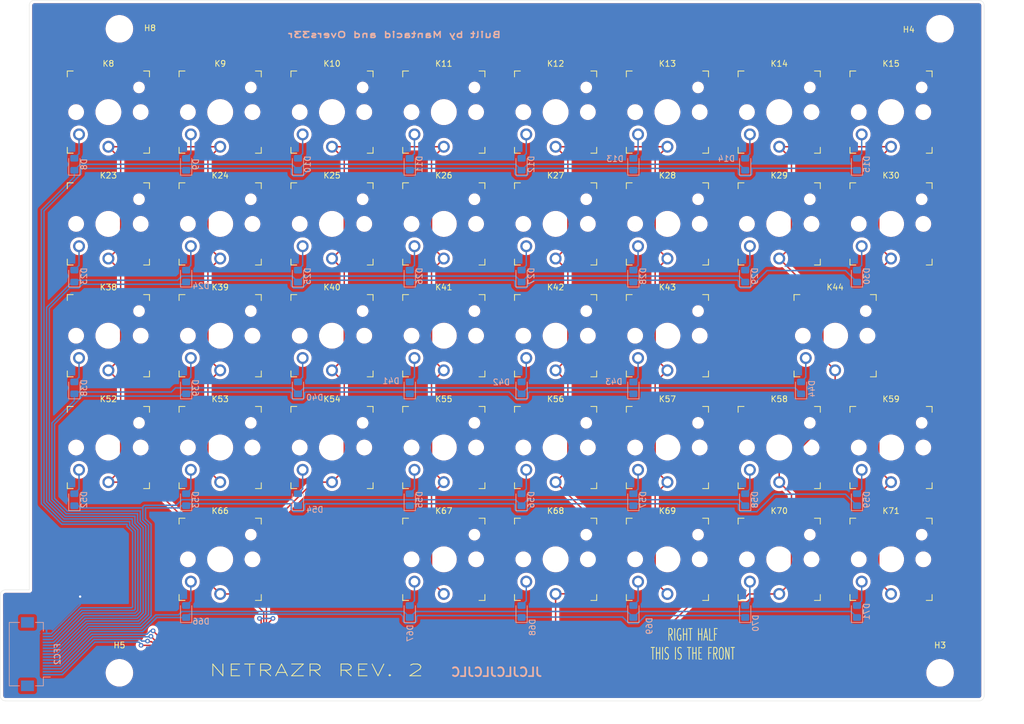
<source format=kicad_pcb>
(kicad_pcb (version 20211014) (generator pcbnew)
  (title_block (title "NetRazr Keyboard") (rev "2") (comment 1 "Split KB for use in NetRazr Cyberdeck."))
  (layers (0 "F.Cu" signal) (31 "B.Cu" signal) (34 "B.Paste" user) (35 "F.Paste" user) (36 "B.SilkS" user "B.Silkscreen") (37 "F.SilkS" user "F.Silkscreen") (38 "B.Mask" user) (39 "F.Mask" user) (44 "Edge.Cuts" user))
  (net 0 "")
  (net 1 "GND")
  (net 2 "/Row_7")
  (net 3 "/Row_8")
  (net 4 "/Row_0")
  (net 5 "/Row_1")
  (net 6 "/Row_2")
  (net 7 "/Row_3")
  (net 8 "/Row_4")
  (net 9 "/Row_5")
  (net 10 "/Row_6")
  (net 11 "/Col_4")
  (net 12 "/Col_5")
  (net 13 "/Col_6")
  (net 14 "/Col_7")
  (net 15 "/Row_9")
  (net 16 "Net-(D8-Pad2)")
  (net 17 "Net-(D9-Pad2)")
  (net 18 "Net-(D10-Pad2)")
  (net 19 "Net-(D11-Pad2)")
  (net 20 "Net-(D12-Pad2)")
  (net 21 "Net-(D13-Pad2)")
  (net 22 "Net-(D14-Pad2)")
  (net 23 "Net-(D15-Pad2)")
  (net 24 "Net-(D23-Pad2)")
  (net 25 "Net-(D24-Pad2)")
  (net 26 "Net-(D25-Pad2)")
  (net 27 "Net-(D26-Pad2)")
  (net 28 "Net-(D27-Pad2)")
  (net 29 "Net-(D28-Pad2)")
  (net 30 "Net-(D29-Pad2)")
  (net 31 "Net-(D30-Pad2)")
  (net 32 "Net-(D38-Pad2)")
  (net 33 "Net-(D39-Pad2)")
  (net 34 "Net-(D40-Pad2)")
  (net 35 "Net-(D41-Pad2)")
  (net 36 "Net-(D42-Pad2)")
  (net 37 "Net-(D43-Pad2)")
  (net 38 "Net-(D44-Pad2)")
  (net 39 "Net-(D52-Pad2)")
  (net 40 "Net-(D53-Pad2)")
  (net 41 "Net-(D54-Pad2)")
  (net 42 "Net-(D55-Pad2)")
  (net 43 "Net-(D56-Pad2)")
  (net 44 "Net-(D57-Pad2)")
  (net 45 "Net-(D58-Pad2)")
  (net 46 "Net-(D59-Pad2)")
  (net 47 "Net-(D66-Pad2)")
  (net 48 "Net-(D67-Pad2)")
  (net 49 "Net-(D68-Pad2)")
  (net 50 "Net-(D69-Pad2)")
  (net 51 "Net-(D70-Pad2)")
  (net 52 "Net-(D71-Pad2)")
  (footprint "Library:SW_PG1350_withKeyCap" (layer "F.Cu") (at 291.365 154.65)
    (fp_text reference "K67")
    (fp_text value "RALT")
  )
  (footprint "Library:SW_PG1350_withKeyCap" (layer "F.Cu") (at 234.215 135.6)
    (fp_text reference "K52")
    (fp_text value "N")
  )
  (footprint "Library:SW_PG1350_withKeyCap" (layer "F.Cu") (at 367.565 97.5)
    (fp_text reference "K30")
    (fp_text value "|,,,,,,,,,\\")
  )
  (footprint "Library:SW_PG1350_withKeyCap" (layer "F.Cu") (at 329.465 154.65)
    (fp_text reference "K69")
    (fp_text value "LEFT")
  )
  (footprint "Library:SW_PG1350_withKeyCap" (layer "F.Cu") (at 253.265 116.55)
    (fp_text reference "K39")
    (fp_text value "J")
  )
  (footprint "Library:SW_PG1350_withKeyCap" (layer "F.Cu") (at 310.415 78.45)
    (fp_text reference "K12")
    (fp_text value "),,f10,,,,,,,0")
  )
  (footprint "MountingHole:MountingHole_3.7mm" (layer "F.Cu") (at 375.92 64.262)
    (fp_text reference "H4")
    (fp_text value "MountingHole")
  )
  (footprint "Library:SW_PG1350_withKeyCap" (layer "F.Cu") (at 234.215 97.5)
    (fp_text reference "K23")
    (fp_text value "Y")
  )
  (footprint "Library:SW_PG1350_withKeyCap" (layer "F.Cu") (at 329.465 135.6)
    (fp_text reference "K57")
    (fp_text value "RSHIFT")
  )
  (footprint "Library:SW_PG1350_withKeyCap" (layer "F.Cu") (at 348.515 135.6)
    (fp_text reference "K58")
    (fp_text value "UP")
  )
  (footprint "Library:SW_PG1350_withKeyCap" (layer "F.Cu") (at 272.315 135.6)
    (fp_text reference "K54")
    (fp_text value "<,,,,,,,,,,")
  )
  (footprint "Library:SW_PG1350_withKeyCap" (layer "F.Cu") (at 310.415 97.5)
    (fp_text reference "K27")
    (fp_text value "P")
  )
  (footprint "Library:SW_PG1350_withKeyCap" (layer "F.Cu") (at 310.415 116.55)
    (fp_text reference "K42")
    (fp_text value ":,,,,,,,,,;")
  )
  (footprint "Library:SW_PG1350_withKeyCap" (layer "F.Cu") (at 291.365 97.5)
    (fp_text reference "K26")
    (fp_text value "O")
  )
  (footprint "Library:SW_PG1350_withKeyCap" (layer "F.Cu") (at 291.365 135.6)
    (fp_text reference "K55")
    (fp_text value ">,,,,,,,,,.")
  )
  (footprint "Library:SW_PG1350_withKeyCap" (layer "F.Cu") (at 253.265 97.5)
    (fp_text reference "K24")
    (fp_text value "U")
  )
  (footprint "Library:SW_PG1350_withKeyCap" (layer "F.Cu") (at 253.265 154.65)
    (fp_text reference "K66")
    (fp_text value "RSPACE")
  )
  (footprint "Library:SW_PG1350_withKeyCap" (layer "F.Cu") (at 348.515 78.45)
    (fp_text reference "K14")
    (fp_text value "+,,f12,,,,,,,=")
  )
  (footprint "MountingHole:MountingHole_3.7mm" (layer "F.Cu") (at 375.92 173.99)
    (fp_text reference "H3")
    (fp_text value "MountingHole")
  )
  (footprint "Library:SW_PG1350_withKeyCap" (layer "F.Cu") (at 329.465 97.5)
    (fp_text reference "K28")
    (fp_text value "{,,,,,,,,,[}")
  )
  (footprint "Library:SW_PG1350_withKeyCap" (layer "F.Cu") (at 329.465 116.55)
    (fp_text reference "K43")
    (fp_text value "\",,,,,,,,,'")
  )
  (footprint "Library:SW_PG1350_withKeyCap" (layer "F.Cu") (at 272.315 116.55)
    (fp_text reference "K40")
    (fp_text value "K")
  )
  (footprint "Library:SW_PG1350_withKeyCap" (layer "F.Cu") (at 234.215 116.55)
    (fp_text reference "K38")
    (fp_text value "H")
  )
  (footprint "Library:SW_PG1350_withKeyCap" (layer "F.Cu") (at 272.315 78.45)
    (fp_text reference "K10")
    (fp_text value "*,,f8,,,,,,,8")
  )
  (footprint "Library:SW_PG1350_withKeyCap" (layer "F.Cu") (at 272.315 97.5)
    (fp_text reference "K25")
    (fp_text value "I")
  )
  (footprint "Library:SW_PG1350_withKeyCap" (layer "F.Cu") (at 348.515 97.5)
    (fp_text reference "K29")
    (fp_text value "},,,,,,,,,]")
  )
  (footprint "Library:SW_PG1350_withKeyCap" (layer "F.Cu") (at 367.565 135.6)
    (fp_text reference "K59")
    (fp_text value "DEL")
  )
  (footprint "Library:SW_PG1350_withKeyCap" (layer "F.Cu") (at 291.365 116.55)
    (fp_text reference "K41")
    (fp_text value "L")
  )
  (footprint "Library:SW_PG1350_withKeyCap" (layer "F.Cu") (at 291.365 78.45)
    (fp_text reference "K11")
    (fp_text value "(,,f9,,,,,,,9")
  )
  (footprint "Library:SW_PG1350_withKeyCap" (layer "F.Cu") (at 367.565 154.65)
    (fp_text reference "K71")
    (fp_text value "RIGHT")
  )
  (footprint "Library:SW_PG1350_withKeyCap" (layer "F.Cu") (at 310.415 135.6)
    (fp_text reference "K56")
    (fp_text value "?,,,,,,,,,/")
  )
  (footprint "MountingHole:MountingHole_3.7mm" (layer "F.Cu") (at 236.093 64.262)
    (fp_text reference "H8")
    (fp_text value "MountingHole")
  )
  (footprint "Library:SW_PG1350_withKeyCap" (layer "F.Cu") (at 367.565 78.45)
    (fp_text reference "K15")
    (fp_text value "BKSP")
  )
  (footprint "Library:SW_PG1350_withKeyCap" (layer "F.Cu") (at 234.215 78.45)
    (fp_text reference "K8")
    (fp_text value "^,,f6,,,,,,,6")
  )
  (footprint "Library:SW_PG1350_withKeyCap" (layer "F.Cu") (at 253.265 135.6)
    (fp_text reference "K53")
    (fp_text value "M")
  )
  (footprint "Library:SW_PG1350_withKeyCap" (layer "F.Cu") (at 329.465 78.45)
    (fp_text reference "K13")
    (fp_text value "_,,f11,,,,,,,-")
  )
  (footprint "Library:SW_PG1350_withKeyCap" (layer "F.Cu") (at 358.04 116.55)
    (fp_text reference "K44")
    (fp_text value ",,ENTER")
  )
  (footprint "MountingHole:MountingHole_3.7mm" (layer "F.Cu") (at 236.093 173.99)
    (fp_text reference "H5")
    (fp_text value "MountingHole")
  )
  (footprint "Library:SW_PG1350_withKeyCap" (layer "F.Cu") (at 253.265 78.45)
    (fp_text reference "K9")
    (fp_text value "&,,f7,,,,,,,7")
  )
  (footprint "Library:SW_PG1350_withKeyCap" (layer "F.Cu") (at 310.415 154.65)
    (fp_text reference "K68")
    (fp_text value "RCTRL")
  )
  (footprint "Library:SW_PG1350_withKeyCap" (layer "F.Cu") (at 348.515 154.65)
    (fp_text reference "K70")
    (fp_text value "DOWN")
  )
  (footprint "Diode_SMD:D_0805_2012Metric_Pad1.15x1.40mm_HandSolder" (layer "B.Cu") (at 304.615 87.34 90)
    (fp_text reference "D12")
    (fp_text value "D")
  )
  (footprint "Diode_SMD:D_0805_2012Metric_Pad1.15x1.40mm_HandSolder" (layer "B.Cu") (at 266.515 87.34 90)
    (fp_text reference "D10")
    (fp_text value "D")
  )
  (footprint "Diode_SMD:D_0805_2012Metric_Pad1.15x1.40mm_HandSolder" (layer "B.Cu") (at 361.765 163.54 90)
    (fp_text reference "D71")
    (fp_text value "D")
  )
  (footprint "Diode_SMD:D_0805_2012Metric_Pad1.15x1.40mm_HandSolder" (layer "B.Cu") (at 247.465 163.54 90)
    (fp_text reference "D66")
    (fp_text value "D")
  )
  (footprint "Diode_SMD:D_0805_2012Metric_Pad1.15x1.40mm_HandSolder" (layer "B.Cu") (at 323.665 125.44 90)
    (fp_text reference "D43")
    (fp_text value "D")
  )
  (footprint "Diode_SMD:D_0805_2012Metric_Pad1.15x1.40mm_HandSolder" (layer "B.Cu") (at 228.415 87.34 90)
    (fp_text reference "D8")
    (fp_text value "D")
  )
  (footprint "Diode_SMD:D_0805_2012Metric_Pad1.15x1.40mm_HandSolder" (layer "B.Cu") (at 361.765 106.39 90)
    (fp_text reference "D30")
    (fp_text value "D")
  )
  (footprint "Diode_SMD:D_0805_2012Metric_Pad1.15x1.40mm_HandSolder" (layer "B.Cu") (at 285.565 125.44 90)
    (fp_text reference "D41")
    (fp_text value "D")
  )
  (footprint "Diode_SMD:D_0805_2012Metric_Pad1.15x1.40mm_HandSolder" (layer "B.Cu") (at 266.515 125.44 90)
    (fp_text reference "D40")
    (fp_text value "D")
  )
  (footprint "Diode_SMD:D_0805_2012Metric_Pad1.15x1.40mm_HandSolder" (layer "B.Cu") (at 361.765 87.34 90)
    (fp_text reference "D15")
    (fp_text value "D")
  )
  (footprint "Diode_SMD:D_0805_2012Metric_Pad1.15x1.40mm_HandSolder" (layer "B.Cu") (at 323.665 87.34 90)
    (fp_text reference "D13")
    (fp_text value "D")
  )
  (footprint "Diode_SMD:D_0805_2012Metric_Pad1.15x1.40mm_HandSolder" (layer "B.Cu") (at 228.415 106.39 90)
    (fp_text reference "D23")
    (fp_text value "D")
  )
  (footprint "Diode_SMD:D_0805_2012Metric_Pad1.15x1.40mm_HandSolder" (layer "B.Cu") (at 304.615 144.49 90)
    (fp_text reference "D56")
    (fp_text value "D")
  )
  (footprint "Diode_SMD:D_0805_2012Metric_Pad1.15x1.40mm_HandSolder" (layer "B.Cu") (at 266.515 144.49 90)
    (fp_text reference "D54")
    (fp_text value "D")
  )
  (footprint "Diode_SMD:D_0805_2012Metric_Pad1.15x1.40mm_HandSolder" (layer "B.Cu") (at 247.465 144.49 90)
    (fp_text reference "D53")
    (fp_text value "D")
  )
  (footprint "Diode_SMD:D_0805_2012Metric_Pad1.15x1.40mm_HandSolder" (layer "B.Cu") (at 228.415 144.49 90)
    (fp_text reference "D52")
    (fp_text value "D")
  )
  (footprint "Diode_SMD:D_0805_2012Metric_Pad1.15x1.40mm_HandSolder" (layer "B.Cu") (at 247.465 106.39 90)
    (fp_text reference "D24")
    (fp_text value "D")
  )
  (footprint "Diode_SMD:D_0805_2012Metric_Pad1.15x1.40mm_HandSolder" (layer "B.Cu") (at 323.665 163.54 90)
    (fp_text reference "D69")
    (fp_text value "D")
  )
  (footprint "Diode_SMD:D_0805_2012Metric_Pad1.15x1.40mm_HandSolder" (layer "B.Cu") (at 285.565 163.54 90)
    (fp_text reference "D67")
    (fp_text value "D")
  )
  (footprint "Diode_SMD:D_0805_2012Metric_Pad1.15x1.40mm_HandSolder" (layer "B.Cu") (at 342.715 144.49 90)
    (fp_text reference "D58")
    (fp_text value "D")
  )
  (footprint "Diode_SMD:D_0805_2012Metric_Pad1.15x1.40mm_HandSolder" (layer "B.Cu") (at 352.24 125.44 90)
    (fp_text reference "D44")
    (fp_text value "D")
  )
  (footprint "Diode_SMD:D_0805_2012Metric_Pad1.15x1.40mm_HandSolder" (layer "B.Cu") (at 323.665 144.49 90)
    (fp_text reference "D57")
    (fp_text value "D")
  )
  (footprint "Diode_SMD:D_0805_2012Metric_Pad1.15x1.40mm_HandSolder" (layer "B.Cu") (at 342.715 87.34 90)
    (fp_text reference "D14")
    (fp_text value "D")
  )
  (footprint "Diode_SMD:D_0805_2012Metric_Pad1.15x1.40mm_HandSolder" (layer "B.Cu") (at 304.615 125.44 90)
    (fp_text reference "D42")
    (fp_text value "D")
  )
  (footprint "Diode_SMD:D_0805_2012Metric_Pad1.15x1.40mm_HandSolder" (layer "B.Cu") (at 304.615 163.54 90)
    (fp_text reference "D68")
    (fp_text value "D")
  )
  (footprint "Diode_SMD:D_0805_2012Metric_Pad1.15x1.40mm_HandSolder" (layer "B.Cu") (at 266.515 106.39 90)
    (fp_text reference "D25")
    (fp_text value "D")
  )
  (footprint "Diode_SMD:D_0805_2012Metric_Pad1.15x1.40mm_HandSolder" (layer "B.Cu") (at 247.465 125.44 90)
    (fp_text reference "D39")
    (fp_text value "D")
  )
  (footprint "Diode_SMD:D_0805_2012Metric_Pad1.15x1.40mm_HandSolder" (layer "B.Cu") (at 285.565 144.49 90)
    (fp_text reference "D55")
    (fp_text value "D")
  )
  (footprint "Connector_FFC-FPC:Hirose_FH12-15S-0.5SH_1x15-1MP_P0.50mm_Horizontal" (layer "B.Cu") (at 221.83 170.8 90)
    (fp_text reference "FFC2")
    (fp_text value "Hirose_FH12-15S-0.5SH_1x15-1MP_P0.50mm_Horizontal")
  )
  (footprint "Diode_SMD:D_0805_2012Metric_Pad1.15x1.40mm_HandSolder" (layer "B.Cu") (at 342.715 106.39 90)
    (fp_text reference "D29")
    (fp_text value "D")
  )
  (footprint "Diode_SMD:D_0805_2012Metric_Pad1.15x1.40mm_HandSolder" (layer "B.Cu") (at 304.615 106.39 90)
    (fp_text reference "D27")
    (fp_text value "D")
  )
  (footprint "Diode_SMD:D_0805_2012Metric_Pad1.15x1.40mm_HandSolder" (layer "B.Cu") (at 323.665 106.39 90)
    (fp_text reference "D28")
    (fp_text value "D")
  )
  (footprint "Diode_SMD:D_0805_2012Metric_Pad1.15x1.40mm_HandSolder" (layer "B.Cu") (at 228.415 125.44 90)
    (fp_text reference "D38")
    (fp_text value "D")
  )
  (footprint "Diode_SMD:D_0805_2012Metric_Pad1.15x1.40mm_HandSolder" (layer "B.Cu") (at 285.565 87.34 90)
    (fp_text reference "D11")
    (fp_text value "D")
  )
  (footprint "Diode_SMD:D_0805_2012Metric_Pad1.15x1.40mm_HandSolder" (layer "B.Cu") (at 285.565 106.39 90)
    (fp_text reference "D26")
    (fp_text value "D")
  )
  (footprint "Diode_SMD:D_0805_2012Metric_Pad1.15x1.40mm_HandSolder" (layer "B.Cu") (at 247.465 87.34 90)
    (fp_text reference "D9")
    (fp_text value "D")
  )
  (footprint "Diode_SMD:D_0805_2012Metric_Pad1.15x1.40mm_HandSolder" (layer "B.Cu") (at 361.765 144.49 90)
    (fp_text reference "D59")
    (fp_text value "D")
  )
  (footprint "Diode_SMD:D_0805_2012Metric_Pad1.15x1.40mm_HandSolder" (layer "B.Cu") (at 342.715 163.54 90)
    (fp_text reference "D70")
    (fp_text value "D")
  )
  (gr_line (start 216.662 159.857) (end 220.726 159.857) (layer "Edge.Cuts") (width 0.05))
  (gr_arc (start 382.551 59.4) (mid 383.179618 59.660382) (end 383.44 60.289) (layer "Edge.Cuts") (width 0.05))
  (gr_arc (start 383.44 177.891) (mid 383.179618 178.519618) (end 382.551 178.78) (layer "Edge.Cuts") (width 0.05))
  (gr_arc (start 215.773 160.746) (mid 216.033382 160.117382) (end 216.662 159.857) (layer "Edge.Cuts") (width 0.05))
  (gr_line (start 383.44 177.891) (end 383.44 60.289) (layer "Edge.Cuts") (width 0.05))
  (gr_line (start 215.773 160.746) (end 215.8 177.891) (layer "Edge.Cuts") (width 0.05))
  (gr_line (start 220.726 159.857) (end 220.726 60.289) (layer "Edge.Cuts") (width 0.05))
  (gr_line (start 216.689 178.78) (end 382.551 178.78) (layer "Edge.Cuts") (width 0.05))
  (gr_line (start 382.551 59.4) (end 221.615 59.4) (layer "Edge.Cuts") (width 0.05))
  (gr_arc (start 220.726 60.289) (mid 220.986382 59.660382) (end 221.615 59.4) (layer "Edge.Cuts") (width 0.05))
  (gr_arc (start 216.689 178.78) (mid 216.060382 178.519618) (end 215.8 177.891) (layer "Edge.Cuts") (width 0.05))
  (gr_text "Built by Mantacid and Overs33r" (at 282.956 65.278) (layer "B.SilkS") (effects (font (size 1 1.5) (thickness 0.25)) (justify mirror)))
  (gr_text "JLCJLCJLCJLC" (at 300.355 173.863) (layer "B.SilkS") (effects (font (size 1.5 1.5) (thickness 0.3)) (justify mirror)))
  (gr_text "NETRAZR REV. 2" (at 269.648 173.573) (layer "F.SilkS") (effects (font (size 2 3))))
  (gr_text "RIGHT HALF\nTHIS IS THE FRONT" (at 333.783 169.128) (layer "F.SilkS") (effects (font (size 2 1))))
  (via (at 229.4 161) (size 0.8) (drill 0.4) (layers "F.Cu" "B.Cu") (net 1))
  (segment (start 224.467208 167.3) (end 229.180406 162.586802) (width 0.25) (layer "B.Cu") (net 1))
  (segment (start 223.68 167.3) (end 224.467208 167.3) (width 0.25) (layer "B.Cu") (net 1))
  (segment (start 229.180406 162.586802) (end 229.4 162.367208) (width 0.25) (layer "B.Cu") (net 1))
  (segment (start 229.4 162.367208) (end 229.4 161) (width 0.25) (layer "B.Cu") (net 1))
  (segment (start 285.565 126.465) (end 285.24 126.14) (width 0.25) (layer "B.Cu") (net 2))
  (segment (start 225.044 131.600949) (end 229.565 127.079949) (width 0.25) (layer "B.Cu") (net 2))
  (segment (start 305.92995 126.14) (end 305.765 126.30495) (width 0.25) (layer "B.Cu") (net 2))
  (segment (start 225.044 144.2491) (end 225.044 131.600949) (width 0.25) (layer "B.Cu") (net 2))
  (segment (start 246.44 126.84) (end 247.14 126.14) (width 0.25) (layer "B.Cu") (net 2))
  (segment (start 230.430584 165.155) (end 239.330762 165.155) (width 0.25) (layer "B.Cu") (net 2))
  (segment (start 267.254949 127.49) (end 265.775051 127.49) (width 0.25) (layer "B.Cu") (net 2))
  (segment (start 265.775051 127.49) (end 265.365 127.079949) (width 0.25) (layer "B.Cu") (net 2))
  (segment (start 227.2099 146.415) (end 225.044 144.2491) (width 0.25) (layer "B.Cu") (net 2))
  (segment (start 227 168.585584) (end 230.430584 165.155) (width 0.25) (layer "B.Cu") (net 2))
  (segment (start 305.354949 127.49) (end 303.875051 127.49) (width 0.25) (layer "B.Cu") (net 2))
  (segment (start 247.79 126.14) (end 247.465 126.465) (width 0.25) (layer "B.Cu") (net 2))
  (segment (start 285.24 126.14) (end 267.82995 126.14) (width 0.25) (layer "B.Cu") (net 2))
  (segment (start 225.3 170.3) (end 227 168.6) (width 0.25) (layer "B.Cu") (net 2))
  (segment (start 240.59 163.895762) (end 240.59 149.052416) (width 0.25) (layer "B.Cu") (net 2))
  (segment (start 303.875051 127.49) (end 302.525051 126.14) (width 0.25) (layer "B.Cu") (net 2))
  (segment (start 323.665 126.465) (end 323.34 126.14) (width 0.25) (layer "B.Cu") (net 2))
  (segment (start 227 168.6) (end 227 168.585584) (width 0.25) (layer "B.Cu") (net 2))
  (segment (start 239.638 146.415) (end 227.2099 146.415) (width 0.25) (layer "B.Cu") (net 2))
  (segment (start 323.34 126.14) (end 305.92995 126.14) (width 0.25) (layer "B.Cu") (net 2))
  (segment (start 265.365 126.30495) (end 265.20005 126.14) (width 0.25) (layer "B.Cu") (net 2))
  (segment (start 239.638 148.100416) (end 239.638 146.415) (width 0.25) (layer "B.Cu") (net 2))
  (segment (start 305.765 127.079949) (end 305.354949 127.49) (width 0.25) (layer "B.Cu") (net 2))
  (segment (start 229.565 127.079949) (end 229.565 126.84) (width 0.25) (layer "B.Cu") (net 2))
  (segment (start 267.665 126.30495) (end 267.665 127.079949) (width 0.25) (layer "B.Cu") (net 2))
  (segment (start 305.765 126.30495) (end 305.765 127.079949) (width 0.25) (layer "B.Cu") (net 2))
  (segment (start 302.525051 126.14) (end 285.89 126.14) (width 0.25) (layer "B.Cu") (net 2))
  (segment (start 239.330762 165.155) (end 240.59 163.895762) (width 0.25) (layer "B.Cu") (net 2))
  (segment (start 267.82995 126.14) (end 267.665 126.30495) (width 0.25) (layer "B.Cu") (net 2))
  (segment (start 229.565 126.84) (end 246.44 126.84) (width 0.25) (layer "B.Cu") (net 2))
  (segment (start 265.365 127.079949) (end 265.365 126.30495) (width 0.25) (layer "B.Cu") (net 2))
  (segment (start 223.68 170.3) (end 225.3 170.3) (width 0.25) (layer "B.Cu") (net 2))
  (segment (start 267.665 127.079949) (end 267.254949 127.49) (width 0.25) (layer "B.Cu") (net 2))
  (segment (start 240.59 149.052416) (end 239.638 148.100416) (width 0.25) (layer "B.Cu") (net 2))
  (segment (start 265.20005 126.14) (end 247.79 126.14) (width 0.25) (layer "B.Cu") (net 2))
  (segment (start 285.89 126.14) (end 285.565 126.465) (width 0.25) (layer "B.Cu") (net 2))
  (segment (start 323.34 145.19) (end 323.665 145.515) (width 0.25) (layer "B.Cu") (net 3))
  (segment (start 241.49 164.268554) (end 239.703554 166.055) (width 0.25) (layer "B.Cu") (net 3))
  (segment (start 303.465 146.129949) (end 303.875051 146.54) (width 0.25) (layer "B.Cu") (net 3))
  (segment (start 241.49 148.679624) (end 241.49 164.268554) (width 0.25) (layer "B.Cu") (net 3))
  (segment (start 323.99 145.19) (end 341.40005 145.19) (width 0.25) (layer "B.Cu") (net 3))
  (segment (start 225.572792 171.3) (end 223.68 171.3) (width 0.25) (layer "B.Cu") (net 3))
  (segment (start 267.254949 146.54) (end 267.665 146.129949) (width 0.25) (layer "B.Cu") (net 3))
  (segment (start 246.315 145.89) (end 240.538 145.89) (width 0.25) (layer "B.Cu") (net 3))
  (segment (start 227.9 168.958376) (end 227.9 168.972792) (width 0.25) (layer "B.Cu") (net 3))
  (segment (start 265.365 145.35495) (end 265.365 146.129949) (width 0.25) (layer "B.Cu") (net 3))
  (segment (start 344.696573 146.54) (end 347.686572 143.550001) (width 0.25) (layer "B.Cu") (net 3))
  (segment (start 247.465 145.515) (end 246.690001 145.515) (width 0.25) (layer "B.Cu") (net 3))
  (segment (start 285.24 145.19) (end 285.565 145.515) (width 0.25) (layer "B.Cu") (net 3))
  (segment (start 267.665 145.35495) (end 267.82995 145.19) (width 0.25) (layer "B.Cu") (net 3))
  (segment (start 341.40005 145.19) (end 341.565 145.35495) (width 0.25) (layer "B.Cu") (net 3))
  (segment (start 341.975051 146.54) (end 344.696573 146.54) (width 0.25) (layer "B.Cu") (net 3))
  (segment (start 303.875051 146.54) (end 305.354949 146.54) (width 0.25) (layer "B.Cu") (net 3))
  (segment (start 305.354949 146.54) (end 306.704949 145.19) (width 0.25) (layer "B.Cu") (net 3))
  (segment (start 240.538 147.727624) (end 241.49 148.679624) (width 0.25) (layer "B.Cu") (net 3))
  (segment (start 265.365 146.129949) (end 265.775051 146.54) (width 0.25) (layer "B.Cu") (net 3))
  (segment (start 267.82995 145.19) (end 285.24 145.19) (width 0.25) (layer "B.Cu") (net 3))
  (segment (start 240.538 145.89) (end 240.538 147.727624) (width 0.25) (layer "B.Cu") (net 3))
  (segment (start 347.686572 143.550001) (end 359.800001 143.550001) (width 0.25) (layer "B.Cu") (net 3))
  (segment (start 265.20005 145.19) (end 265.365 145.35495) (width 0.25) (layer "B.Cu") (net 3))
  (segment (start 323.665 145.515) (end 323.99 145.19) (width 0.25) (layer "B.Cu") (net 3))
  (segment (start 227.9 168.972792) (end 225.572792 171.3) (width 0.25) (layer "B.Cu") (net 3))
  (segment (start 359.800001 143.550001) (end 361.765 145.515) (width 0.25) (layer "B.Cu") (net 3))
  (segment (start 341.565 146.129949) (end 341.975051 146.54) (width 0.25) (layer "B.Cu") (net 3))
  (segment (start 230.803376 166.055) (end 227.9 168.958376) (width 0.25) (layer "B.Cu") (net 3))
  (segment (start 306.704949 145.19) (end 323.34 145.19) (width 0.25) (layer "B.Cu") (net 3))
  (segment (start 285.89 145.19) (end 303.30005 145.19) (width 0.25) (layer "B.Cu") (net 3))
  (segment (start 303.465 145.35495) (end 303.465 146.129949) (width 0.25) (layer "B.Cu") (net 3))
  (segment (start 247.79 145.19) (end 265.20005 145.19) (width 0.25) (layer "B.Cu") (net 3))
  (segment (start 247.465 145.515) (end 247.79 145.19) (width 0.25) (layer "B.Cu") (net 3))
  (segment (start 246.690001 145.515) (end 246.315 145.89) (width 0.25) (layer "B.Cu") (net 3))
  (segment (start 341.565 145.35495) (end 341.565 146.129949) (width 0.25) (layer "B.Cu") (net 3))
  (segment (start 303.30005 145.19) (end 303.465 145.35495) (width 0.25) (layer "B.Cu") (net 3))
  (segment (start 267.665 146.129949) (end 267.665 145.35495) (width 0.25) (layer "B.Cu") (net 3))
  (segment (start 239.703554 166.055) (end 230.803376 166.055) (width 0.25) (layer "B.Cu") (net 3))
  (segment (start 265.775051 146.54) (end 267.254949 146.54) (width 0.25) (layer "B.Cu") (net 3))
  (segment (start 285.565 145.515) (end 285.89 145.19) (width 0.25) (layer "B.Cu") (net 3))
  (segment (start 231.176168 166.955) (end 228.8 169.331168) (width 0.25) (layer "B.Cu") (net 4))
  (segment (start 228.8 169.331168) (end 228.8 169.345584) (width 0.25) (layer "B.Cu") (net 4))
  (segment (start 225.845584 172.3) (end 223.68 172.3) (width 0.25) (layer "B.Cu") (net 4))
  (segment (start 286.715 165.179949) (end 286.715 164.40495) (width 0.25) (layer "B.Cu") (net 4))
  (segment (start 304.7 164.48) (end 321.815051 164.48) (width 0.25) (layer "B.Cu") (net 4))
  (segment (start 242.466346 164.565) (end 240.076346 166.955) (width 0.25) (layer "B.Cu") (net 4))
  (segment (start 322.925051 165.59) (end 324.404949 165.59) (width 0.25) (layer "B.Cu") (net 4))
  (segment (start 342.39 164.24) (end 342.715 164.565) (width 0.25) (layer "B.Cu") (net 4))
  (segment (start 247.465 164.565) (end 248.04 163.99) (width 0.25) (layer "B.Cu") (net 4))
  (segment (start 240.076346 166.955) (end 231.176168 166.955) (width 0.25) (layer "B.Cu") (net 4))
  (segment (start 321.815051 164.48) (end 322.925051 165.59) (width 0.25) (layer "B.Cu") (net 4))
  (segment (start 284.00005 163.99) (end 284.415 164.40495) (width 0.25) (layer "B.Cu") (net 4))
  (segment (start 228.8 169.345584) (end 225.845584 172.3) (width 0.25) (layer "B.Cu") (net 4))
  (segment (start 304.615 164.565) (end 304.7 164.48) (width 0.25) (layer "B.Cu") (net 4))
  (segment (start 304.29 164.24) (end 304.615 164.565) (width 0.25) (layer "B.Cu") (net 4))
  (segment (start 286.715 164.40495) (end 286.87995 164.24) (width 0.25) (layer "B.Cu") (net 4))
  (segment (start 247.465 164.565) (end 242.466346 164.565) (width 0.25) (layer "B.Cu") (net 4))
  (segment (start 324.404949 165.59) (end 325.754949 164.24) (width 0.25) (layer "B.Cu") (net 4))
  (segment (start 284.415 165.179949) (end 284.825051 165.59) (width 0.25) (layer "B.Cu") (net 4))
  (segment (start 248.04 163.99) (end 284.00005 163.99) (width 0.25) (layer "B.Cu") (net 4))
  (segment (start 325.754949 164.24) (end 342.39 164.24) (width 0.25) (layer "B.Cu") (net 4))
  (segment (start 286.87995 164.24) (end 304.29 164.24) (width 0.25) (layer "B.Cu") (net 4))
  (segment (start 286.304949 165.59) (end 286.715 165.179949) (width 0.25) (layer "B.Cu") (net 4))
  (segment (start 284.825051 165.59) (end 286.304949 165.59) (width 0.25) (layer "B.Cu") (net 4))
  (segment (start 284.415 164.40495) (end 284.415 165.179949) (width 0.25) (layer "B.Cu") (net 4))
  (segment (start 225.436396 170.8) (end 223.68 170.8) (width 0.25) (layer "B.Cu") (net 5))
  (segment (start 227.45 168.77198) (end 227.45 168.786396) (width 0.25) (layer "B.Cu") (net 5))
  (segment (start 230.61698 165.605) (end 227.45 168.77198) (width 0.25) (layer "B.Cu") (net 5))
  (segment (start 240.351604 145.44) (end 245.775051 145.44) (width 0.25) (layer "B.Cu") (net 5))
  (segment (start 267.54 144.49) (end 303.59 144.49) (width 0.25) (layer "B.Cu") (net 5))
  (segment (start 246.725051 144.49) (end 265.49 144.49) (width 0.25) (layer "B.Cu") (net 5))
  (segment (start 229.491899 145.887) (end 240.088 145.887) (width 0.25) (layer "B.Cu") (net 5))
  (segment (start 240.088 145.703604) (end 240.351604 145.44) (width 0.25) (layer "B.Cu") (net 5))
  (segment (start 240.088 147.91402) (end 241.04 148.86602) (width 0.25) (layer "B.Cu") (net 5))
  (segment (start 240.088 145.887) (end 240.088 147.91402) (width 0.25) (layer "B.Cu") (net 5))
  (segment (start 239.517158 165.605) (end 230.61698 165.605) (width 0.25) (layer "B.Cu") (net 5))
  (segment (start 241.04 164.082158) (end 239.517158 165.605) (width 0.25) (layer "B.Cu") (net 5))
  (segment (start 305.64 144.49) (end 341.69 144.49) (width 0.25) (layer "B.Cu") (net 5))
  (segment (start 341.69 144.49) (end 342.715 145.515) (width 0.25) (layer "B.Cu") (net 5))
  (segment (start 303.59 144.49) (end 304.615 145.515) (width 0.25) (layer "B.Cu") (net 5))
  (segment (start 304.615 145.515) (end 305.64 144.49) (width 0.25) (layer "B.Cu") (net 5))
  (segment (start 229.119899 145.515) (end 229.491899 145.887) (width 0.25) (layer "B.Cu") (net 5))
  (segment (start 245.775051 145.44) (end 246.725051 144.49) (width 0.25) (layer "B.Cu") (net 5))
  (segment (start 227.45 168.786396) (end 225.436396 170.8) (width 0.25) (layer "B.Cu") (net 5))
  (segment (start 266.515 145.515) (end 267.54 144.49) (width 0.25) (layer "B.Cu") (net 5))
  (segment (start 241.04 148.86602) (end 241.04 164.082158) (width 0.25) (layer "B.Cu") (net 5))
  (segment (start 228.415 145.515) (end 229.119899 145.515) (width 0.25) (layer "B.Cu") (net 5))
  (segment (start 265.49 144.49) (end 266.515 145.515) (width 0.25) (layer "B.Cu") (net 5))
  (segment (start 240.088 145.887) (end 240.088 145.703604) (width 0.25) (layer "B.Cu") (net 5))
  (segment (start 225.149188 169.8) (end 230.244188 164.705) (width 0.25) (layer "B.Cu") (net 6))
  (segment (start 228.74 126.14) (end 244.945 126.14) (width 0.25) (layer "B.Cu") (net 6))
  (segment (start 239.144366 164.705) (end 240.14 163.709366) (width 0.25) (layer "B.Cu") (net 6))
  (segment (start 239.188 148.286812) (end 239.188 146.865) (width 0.25) (layer "B.Cu") (net 6))
  (segment (start 224.594 131.414553) (end 228.415 127.593553) (width 0.25) (layer "B.Cu") (net 6))
  (segment (start 265.49 125.44) (end 266.515 126.465) (width 0.25) (layer "B.Cu") (net 6))
  (segment (start 227.023504 146.865) (end 224.594 144.435496) (width 0.25) (layer "B.Cu") (net 6))
  (segment (start 303.59 125.44) (end 304.615 126.465) (width 0.25) (layer "B.Cu") (net 6))
  (segment (start 230.244188 164.705) (end 239.144366 164.705) (width 0.25) (layer "B.Cu") (net 6))
  (segment (start 304.615 126.465) (end 305.64 125.44) (width 0.25) (layer "B.Cu") (net 6))
  (segment (start 240.14 163.709366) (end 240.14 149.238812) (width 0.25) (layer "B.Cu") (net 6))
  (segment (start 224.594 144.435496) (end 224.594 131.414553) (width 0.25) (layer "B.Cu") (net 6))
  (segment (start 305.64 125.44) (end 351.215 125.44) (width 0.25) (layer "B.Cu") (net 6))
  (segment (start 266.515 126.465) (end 267.54 125.44) (width 0.25) (layer "B.Cu") (net 6))
  (segment (start 228.415 127.593553) (end 228.415 126.465) (width 0.25) (layer "B.Cu") (net 6))
  (segment (start 267.54 125.44) (end 303.59 125.44) (width 0.25) (layer "B.Cu") (net 6))
  (segment (start 351.215 125.44) (end 352.24 126.465) (width 0.25) (layer "B.Cu") (net 6))
  (segment (start 245.645 125.44) (end 265.49 125.44) (width 0.25) (layer "B.Cu") (net 6))
  (segment (start 228.415 126.465) (end 228.74 126.14) (width 0.25) (layer "B.Cu") (net 6))
  (segment (start 223.68 169.8) (end 225.149188 169.8) (width 0.25) (layer "B.Cu") (net 6))
  (segment (start 244.945 126.14) (end 245.645 125.44) (width 0.25) (layer "B.Cu") (net 6))
  (segment (start 240.14 149.238812) (end 239.188 148.286812) (width 0.25) (layer "B.Cu") (net 6))
  (segment (start 239.188 146.865) (end 227.023504 146.865) (width 0.25) (layer "B.Cu") (net 6))
  (segment (start 341.69 106.39) (end 342.715 107.415) (width 0.25) (layer "B.Cu") (net 7))
  (segment (start 224.876396 168.8) (end 229.871396 163.805) (width 0.25) (layer "B.Cu") (net 7))
  (segment (start 228.74 107.09) (end 246.025051 107.09) (width 0.25) (layer "B.Cu") (net 7))
  (segment (start 223.68 168.8) (end 224.876396 168.8) (width 0.25) (layer "B.Cu") (net 7))
  (segment (start 238.771574 163.805) (end 239.24 163.336574) (width 0.25) (layer "B.Cu") (net 7))
  (segment (start 238.288 148.659604) (end 238.288 147.765) (width 0.25) (layer "B.Cu") (net 7))
  (segment (start 229.871396 163.805) (end 238.771574 163.805) (width 0.25) (layer "B.Cu") (net 7))
  (segment (start 246.725051 106.39) (end 265.49 106.39) (width 0.25) (layer "B.Cu") (net 7))
  (segment (start 238.288 147.765) (end 226.650712 147.765) (width 0.25) (layer "B.Cu") (net 7))
  (segment (start 265.49 106.39) (end 266.515 107.415) (width 0.25) (layer "B.Cu") (net 7))
  (segment (start 223.694 144.808288) (end 223.694 111.714555) (width 0.25) (layer "B.Cu") (net 7))
  (segment (start 226.650712 147.765) (end 223.694 144.808288) (width 0.25) (layer "B.Cu") (net 7))
  (segment (start 227.993555 107.415) (end 228.415 107.415) (width 0.25) (layer "B.Cu") (net 7))
  (segment (start 303.59 106.39) (end 304.615 107.415) (width 0.25) (layer "B.Cu") (net 7))
  (segment (start 246.025051 107.09) (end 246.725051 106.39) (width 0.25) (layer "B.Cu") (net 7))
  (segment (start 228.415 107.415) (end 228.74 107.09) (width 0.25) (layer "B.Cu") (net 7))
  (segment (start 305.64 106.39) (end 341.69 106.39) (width 0.25) (layer "B.Cu") (net 7))
  (segment (start 239.24 163.336574) (end 239.24 149.611604) (width 0.25) (layer "B.Cu") (net 7))
  (segment (start 304.615 107.415) (end 305.64 106.39) (width 0.25) (layer "B.Cu") (net 7))
  (segment (start 266.515 107.415) (end 267.54 106.39) (width 0.25) (layer "B.Cu") (net 7))
  (segment (start 223.694 111.714555) (end 227.993555 107.415) (width 0.25) (layer "B.Cu") (net 7))
  (segment (start 267.54 106.39) (end 303.59 106.39) (width 0.25) (layer "B.Cu") (net 7))
  (segment (start 239.24 149.611604) (end 238.288 148.659604) (width 0.25) (layer "B.Cu") (net 7))
  (segment (start 226.27792 148.665) (end 222.794 145.18108) (width 0.25) (layer "B.Cu") (net 8))
  (segment (start 341.69 87.34) (end 342.715 88.365) (width 0.25) (layer "B.Cu") (net 8))
  (segment (start 305.64 87.34) (end 341.69 87.34) (width 0.25) (layer "B.Cu") (net 8))
  (segment (start 266.515 88.365) (end 267.54 87.34) (width 0.25) (layer "B.Cu") (net 8))
  (segment (start 304.615 88.365) (end 305.64 87.34) (width 0.25) (layer "B.Cu") (net 8))
  (segment (start 303.59 87.34) (end 304.615 88.365) (width 0.25) (layer "B.Cu") (net 8))
  (segment (start 267.54 87.34) (end 303.59 87.34) (width 0.25) (layer "B.Cu") (net 8))
  (segment (start 223.68 167.8) (end 224.603604 167.8) (width 0.25) (layer "B.Cu") (net 8))
  (segment (start 229.498604 162.905) (end 238.19535 162.905) (width 0.25) (layer "B.Cu") (net 8))
  (segment (start 238.34 162.76035) (end 238.34 149.984396) (width 0.25) (layer "B.Cu") (net 8))
  (segment (start 228.415 88.365) (end 229.44 87.34) (width 0.25) (layer "B.Cu") (net 8))
  (segment (start 238.34 149.984396) (end 237.388 149.032396) (width 0.25) (layer "B.Cu") (net 8))
  (segment (start 237.388 149.032396) (end 237.388 148.665) (width 0.25) (layer "B.Cu") (net 8))
  (segment (start 237.388 148.665) (end 226.27792 148.665) (width 0.25) (layer "B.Cu") (net 8))
  (segment (start 224.603604 167.8) (end 229.498604 162.905) (width 0.25) (layer "B.Cu") (net 8))
  (segment (start 229.44 87.34) (end 265.49 87.34) (width 0.25) (layer "B.Cu") (net 8))
  (segment (start 238.19535 162.905) (end 238.34 162.76035) (width 0.25) (layer "B.Cu") (net 8))
  (segment (start 222.794 95.114553) (end 228.415 89.493553) (width 0.25) (layer "B.Cu") (net 8))
  (segment (start 228.415 89.493553) (end 228.415 88.365) (width 0.25) (layer "B.Cu") (net 8))
  (segment (start 222.794 145.18108) (end 222.794 95.114553) (width 0.25) (layer "B.Cu") (net 8))
  (segment (start 265.49 87.34) (end 266.515 88.365) (width 0.25) (layer "B.Cu") (net 8))
  (segment (start 285.89 88.04) (end 303.30005 88.04) (width 0.25) (layer "B.Cu") (net 9))
  (segment (start 268.604949 88.04) (end 285.24 88.04) (width 0.25) (layer "B.Cu") (net 9))
  (segment (start 237.838 148.215) (end 226.464316 148.215) (width 0.25) (layer "B.Cu") (net 9))
  (segment (start 343.865 88.03) (end 361.43 88.03) (width 0.25) (layer "B.Cu") (net 9))
  (segment (start 238.585178 163.355) (end 238.79 163.150178) (width 0.25) (layer "B.Cu") (net 9))
  (segment (start 223.68 168.3) (end 224.74 168.3) (width 0.25) (layer "B.Cu") (net 9))
  (segment (start 229.565 88.979949) (end 229.565 88.20495) (width 0.25) (layer "B.Cu") (net 9))
  (segment (start 223.244 144.994684) (end 223.244 95.300949) (width 0.25) (layer "B.Cu") (net 9))
  (segment (start 265.775051 89.39) (end 267.254949 89.39) (width 0.25) (layer "B.Cu") (net 9))
  (segment (start 247.79 88.04) (end 265.20005 88.04) (width 0.25) (layer "B.Cu") (net 9))
  (segment (start 303.875051 89.39) (end 305.354949 89.39) (width 0.25) (layer "B.Cu") (net 9))
  (segment (start 265.365 88.979949) (end 265.775051 89.39) (width 0.25) (layer "B.Cu") (net 9))
  (segment (start 247.38 88.28) (end 247.465 88.365) (width 0.5) (layer "B.Cu") (net 9))
  (segment (start 305.765 88.979949) (end 305.765 88.20495) (width 0.25) (layer "B.Cu") (net 9))
  (segment (start 323.34 88.04) (end 323.665 88.365) (width 0.25) (layer "B.Cu") (net 9))
  (segment (start 305.354949 89.39) (end 305.765 88.979949) (width 0.25) (layer "B.Cu") (net 9))
  (segment (start 343.865 88.979949) (end 343.865 88.03) (width 0.25) (layer "B.Cu") (net 9))
  (segment (start 341.565 88.20495) (end 341.565 88.979949) (width 0.25) (layer "B.Cu") (net 9))
  (segment (start 343.454949 89.39) (end 343.865 88.979949) (width 0.25) (layer "B.Cu") (net 9))
  (segment (start 247.465 88.365) (end 247.79 88.04) (width 0.25) (layer "B.Cu") (net 9))
  (segment (start 341.975051 89.39) (end 343.454949 89.39) (width 0.25) (layer "B.Cu") (net 9))
  (segment (start 229.685 163.355) (end 238.585178 163.355) (width 0.25) (layer "B.Cu") (net 9))
  (segment (start 305.92995 88.04) (end 323.34 88.04) (width 0.25) (layer "B.Cu") (net 9))
  (segment (start 226.464316 148.215) (end 223.244 144.994684) (width 0.25) (layer "B.Cu") (net 9))
  (segment (start 341.565 88.979949) (end 341.975051 89.39) (width 0.25) (layer "B.Cu") (net 9))
  (segment (start 229.565 88.20495) (end 229.72995 88.04) (width 0.25) (layer "B.Cu") (net 9))
  (segment (start 323.665 88.365) (end 323.99 88.04) (width 0.25) (layer "B.Cu") (net 9))
  (segment (start 237.838 148.846) (end 237.838 148.215) (width 0.25) (layer "B.Cu") (net 9))
  (segment (start 267.254949 89.39) (end 268.604949 88.04) (width 0.25) (layer "B.Cu") (net 9))
  (segment (start 285.24 88.04) (end 285.565 88.365) (width 0.25) (layer "B.Cu") (net 9))
  (segment (start 285.565 88.365) (end 285.89 88.04) (width 0.25) (layer "B.Cu") (net 9))
  (segment (start 265.365 88.20495) (end 265.365 88.979949) (width 0.25) (layer "B.Cu") (net 9))
  (segment (start 238.79 149.798) (end 237.838 148.846) (width 0.25) (layer "B.Cu") (net 9))
  (segment (start 305.765 88.20495) (end 305.92995 88.04) (width 0.25) (layer "B.Cu") (net 9))
  (segment (start 223.244 95.300949) (end 229.565 88.979949) (width 0.25) (layer "B.Cu") (net 9))
  (segment (start 238.79 163.150178) (end 238.79 149.798) (width 0.25) (layer "B.Cu") (net 9))
  (segment (start 224.74 168.3) (end 229.685 163.355) (width 0.25) (layer "B.Cu") (net 9))
  (segment (start 247.14 88.04) (end 247.465 88.365) (width 0.25) (layer "B.Cu") (net 9))
  (segment (start 341.40005 88.04) (end 341.565 88.20495) (width 0.25) (layer "B.Cu") (net 9))
  (segment (start 361.43 88.03) (end 361.765 88.365) (width 0.25) (layer "B.Cu") (net 9))
  (segment (start 303.465 88.20495) (end 303.465 88.979949) (width 0.25) (layer "B.Cu") (net 9))
  (segment (start 303.465 88.979949) (end 303.875051 89.39) (width 0.25) (layer "B.Cu") (net 9))
  (segment (start 229.72995 88.04) (end 247.14 88.04) (width 0.25) (layer "B.Cu") (net 9))
  (segment (start 265.20005 88.04) (end 265.365 88.20495) (width 0.25) (layer "B.Cu") (net 9))
  (segment (start 303.30005 88.04) (end 303.465 88.20495) (width 0.25) (layer "B.Cu") (net 9))
  (segment (start 323.99 88.04) (end 341.40005 88.04) (width 0.25) (layer "B.Cu") (net 9))
  (segment (start 239.69 149.425208) (end 238.738 148.473208) (width 0.25) (layer "B.Cu") (net 10))
  (segment (start 303.465 108.029949) (end 303.875051 108.44) (width 0.25) (layer "B.Cu") (net 10))
  (segment (start 230.057792 164.255) (end 238.95797 164.255) (width 0.25) (layer "B.Cu") (net 10))
  (segment (start 226.837108 147.315) (end 224.144 144.621892) (width 0.25) (layer "B.Cu") (net 10))
  (segment (start 265.365 108.029949) (end 265.775051 108.44) (width 0.25) (layer "B.Cu") (net 10))
  (segment (start 223.68 169.3) (end 225.012792 169.3) (width 0.25) (layer "B.Cu") (net 10))
  (segment (start 323.34 107.09) (end 323.665 107.415) (width 0.25) (layer "B.Cu") (net 10))
  (segment (start 238.738 148.473208) (end 238.738 147.315) (width 0.25) (layer "B.Cu") (net 10))
  (segment (start 265.20005 107.09) (end 265.365 107.25495) (width 0.25) (layer "B.Cu") (net 10))
  (segment (start 229.154949 108.44) (end 229.804949 107.79) (width 0.25) (layer "B.Cu") (net 10))
  (segment (start 359.800001 105.450001) (end 361.765 107.415) (width 0.25) (layer "B.Cu") (net 10))
  (segment (start 267.254949 108.44) (end 268.604949 107.09) (width 0.25) (layer "B.Cu") (net 10))
  (segment (start 247.09 107.79) (end 247.465 107.415) (width 0.25) (layer "B.Cu") (net 10))
  (segment (start 238.95797 164.255) (end 239.69 163.52297) (width 0.25) (layer "B.Cu") (net 10))
  (segment (start 265.365 107.25495) (end 265.365 108.029949) (width 0.25) (layer "B.Cu") (net 10))
  (segment (start 306.704949 107.09) (end 323.34 107.09) (width 0.25) (layer "B.Cu") (net 10))
  (segment (start 343.454949 108.44) (end 346.444948 105.450001) (width 0.25) (layer "B.Cu") (net 10))
  (segment (start 265.775051 108.44) (end 267.254949 108.44) (width 0.25) (layer "B.Cu") (net 10))
  (segment (start 346.444948 105.450001) (end 359.800001 105.450001) (width 0.25) (layer "B.Cu") (net 10))
  (segment (start 303.875051 108.44) (end 305.354949 108.44) (width 0.25) (layer "B.Cu") (net 10))
  (segment (start 303.465 107.25495) (end 303.465 108.029949) (width 0.25) (layer "B.Cu") (net 10))
  (segment (start 323.665 107.415) (end 323.99 107.09) (width 0.25) (layer "B.Cu") (net 10))
  (segment (start 247.79 107.09) (end 265.20005 107.09) (width 0.25) (layer "B.Cu") (net 10))
  (segment (start 229.804949 107.79) (end 247.09 107.79) (width 0.25) (layer "B.Cu") (net 10))
  (segment (start 224.144 111.900951) (end 227.604951 108.44) (width 0.25) (layer "B.Cu") (net 10))
  (segment (start 341.975051 108.44) (end 343.454949 108.44) (width 0.25) (layer "B.Cu") (net 10))
  (segment (start 247.465 107.415) (end 247.79 107.09) (width 0.25) (layer "B.Cu") (net 10))
  (segment (start 285.24 107.09) (end 285.565 107.415) (width 0.25) (layer "B.Cu") (net 10))
  (segment (start 268.604949 107.09) (end 285.24 107.09) (width 0.25) (layer "B.Cu") (net 10))
  (segment (start 303.30005 107.09) (end 303.465 107.25495) (width 0.25) (layer "B.Cu") (net 10))
  (segment (start 341.40005 107.09) (end 341.565 107.25495) (width 0.25) (layer "B.Cu") (net 10))
  (segment (start 341.565 108.029949) (end 341.975051 108.44) (width 0.25) (layer "B.Cu") (net 10))
  (segment (start 323.99 107.09) (end 341.40005 107.09) (width 0.25) (layer "B.Cu") (net 10))
  (segment (start 285.89 107.09) (end 303.30005 107.09) (width 0.25) (layer "B.Cu") (net 10))
  (segment (start 239.69 163.52297) (end 239.69 149.425208) (width 0.25) (layer "B.Cu") (net 10))
  (segment (start 224.144 144.621892) (end 224.144 111.900951) (width 0.25) (layer "B.Cu") (net 10))
  (segment (start 285.565 107.415) (end 285.89 107.09) (width 0.25) (layer "B.Cu") (net 10))
  (segment (start 227.604951 108.44) (end 229.154949 108.44) (width 0.25) (layer "B.Cu") (net 10))
  (segment (start 341.565 107.25495) (end 341.565 108.029949) (width 0.25) (layer "B.Cu") (net 10))
  (segment (start 238.738 147.315) (end 226.837108 147.315) (width 0.25) (layer "B.Cu") (net 10))
  (segment (start 225.012792 169.3) (end 230.057792 164.255) (width 0.25) (layer "B.Cu") (net 10))
  (segment (start 305.354949 108.44) (end 306.704949 107.09) (width 0.25) (layer "B.Cu") (net 10))
  (segment (start 236.304501 101.310499) (end 236.304501 86.439501) (width 0.25) (layer "F.Cu") (net 11))
  (segment (start 253.265 160.55) (end 250.703 157.988) (width 0.25) (layer "F.Cu") (net 11))
  (segment (start 257.578 160.55) (end 253.265 160.55) (width 0.25) (layer "F.Cu") (net 11))
  (segment (start 251.175499 120.360499) (end 253.265 122.45) (width 0.25) (layer "F.Cu") (net 11))
  (segment (start 250.703 151.293) (end 240.91 141.5) (width 0.25) (layer "F.Cu") (net 11))
  (segment (start 236.304501 86.439501) (end 234.215 84.35) (width 0.25) (layer "F.Cu") (net 11))
  (segment (start 251.175499 86.439501) (end 251.175499 101.310499) (width 0.25) (layer "F.Cu") (net 11))
  (segment (start 260.689 168.4045) (end 260.689 163.661) (width 0.25) (layer "F.Cu") (net 11))
  (segment (start 251.175499 101.310499) (end 253.265 103.4) (width 0.25) (layer "F.Cu") (net 11))
  (segment (start 236.304501 120.360499) (end 236.304501 105.489501) (width 0.25) (layer "F.Cu") (net 11))
  (segment (start 234.215 84.35) (end 253.265 84.35) (width 0.25) (layer "F.Cu") (net 11))
  (segment (start 234.215 141.5) (end 236.304501 139.410499) (width 0.25) (layer "F.Cu") (net 11))
  (segment (start 236.304501 105.489501) (end 234.215 103.4) (width 0.25) (layer "F.Cu") (net 11))
  (segment (start 241.460675 167.761996) (end 242.103179 168.4045) (width 0.25) (layer "F.Cu") (net 11))
  (segment (start 253.265 103.4) (end 251.175499 105.489501) (width 0.25) (layer "F.Cu") (net 11))
  (segment (start 251.175499 105.489501) (end 251.175499 120.360499) (width 0.25) (layer "F.Cu") (net 11))
  (segment (start 260.689 163.661) (end 257.578 160.55) (width 0.25) (layer "F.Cu") (net 11))
  (segment (start 253.265 84.35) (end 251.175499 86.439501) (width 0.25) (layer "F.Cu") (net 11))
  (segment (start 251.175499 124.539501) (end 251.175499 139.410499) (width 0.25) (layer "F.Cu") (net 11))
  (segment (start 234.215 103.4) (end 236.304501 101.310499) (width 0.25) (layer "F.Cu") (net 11))
  (segment (start 234.215 122.45) (end 236.304501 120.360499) (width 0.25) (layer "F.Cu") (net 11))
  (segment (start 240.91 141.5) (end 234.215 141.5) (width 0.25) (layer "F.Cu") (net 11))
  (segment (start 250.703 157.988) (end 250.703 151.293) (width 0.25) (layer "F.Cu") (net 11))
  (segment (start 236.304501 124.539501) (end 234.215 122.45) (width 0.25) (layer "F.Cu") (net 11))
  (segment (start 251.175499 139.410499) (end 253.265 141.5) (width 0.25) (layer "F.Cu") (net 11))
  (segment (start 236.304501 139.410499) (end 236.304501 124.539501) (width 0.25) (layer "F.Cu") (net 11))
  (segment (start 253.265 122.45) (end 251.175499 124.539501) (width 0.25) (layer "F.Cu") (net 11))
  (segment (start 242.103179 168.4045) (end 260.689 168.4045) (width 0.25) (layer "F.Cu") (net 11))
  (via (at 241.460675 167.761996) (size 0.8) (drill 0.4) (layers "F.Cu" "B.Cu") (net 11))
  (segment (start 226.118376 173.3) (end 223.68 173.3) (width 0.25) (layer "B.Cu") (net 11))
  (segment (start 241.460675 167.761996) (end 241.367671 167.855) (width 0.25) (layer "B.Cu") (net 11))
  (segment (start 229.7 169.718376) (end 226.118376 173.3) (width 0.25) (layer "B.Cu") (net 11))
  (segment (start 231.54896 167.855) (end 229.7 169.70396) (width 0.25) (layer "B.Cu") (net 11))
  (segment (start 229.7 169.70396) (end 229.7 169.718376) (width 0.25) (layer "B.Cu") (net 11))
  (segment (start 241.367671 167.855) (end 231.54896 167.855) (width 0.25) (layer "B.Cu") (net 11))
  (segment (start 291.365 141.5) (end 289.275499 143.589501) (width 0.25) (layer "F.Cu") (net 12))
  (segment (start 269.105 141.5) (end 272.315 141.5) (width 0.25) (layer "F.Cu") (net 12))
  (segment (start 289.275499 86.439501) (end 289.275499 101.310499) (width 0.25) (layer "F.Cu") (net 12))
  (segment (start 289.275499 124.539501) (end 289.275499 139.410499) (width 0.25) (layer "F.Cu") (net 12))
  (segment (start 291.365 103.4) (end 289.275499 105.489501) (width 0.25) (layer "F.Cu") (net 12))
  (segment (start 289.275499 139.410499) (end 291.365 141.5) (width 0.25) (layer "F.Cu") (net 12))
  (segment (start 291.365 122.45) (end 289.275499 124.539501) (width 0.25) (layer "F.Cu") (net 12))
  (segment (start 272.315 103.4) (end 274.404501 101.310499) (width 0.25) (layer "F.Cu") (net 12))
  (segment (start 289.275499 105.489501) (end 289.275499 120.360499) (width 0.25) (layer "F.Cu") (net 12))
  (segment (start 274.404501 120.360499) (end 274.404501 105.489501) (width 0.25) (layer "F.Cu") (net 12))
  (segment (start 272.315 141.5) (end 274.404501 139.410499) (width 0.25) (layer "F.Cu") (net 12))
  (segment (start 272.315 84.35) (end 291.365 84.35) (width 0.25) (layer "F.Cu") (net 12))
  (segment (start 274.404501 86.439501) (end 272.315 84.35) (width 0.25) (layer "F.Cu") (net 12))
  (segment (start 261.139 149.466) (end 269.105 141.5) (width 0.25) (layer "F.Cu") (net 12))
  (segment (start 240.885618 168.5795) (end 240.986118 168.68) (width 0.25) (layer "F.Cu") (net 12))
  (segment (start 241.567976 168.68) (end 241.742476 168.8545) (width 0.25) (layer "F.Cu") (net 12))
  (segment (start 241.742476 168.8545) (end 261.139 168.8545) (width 0.25) (layer "F.Cu") (net 12))
  (segment (start 274.404501 124.539501) (end 272.315 122.45) (width 0.25) (layer "F.Cu") (net 12))
  (segment (start 274.404501 101.310499) (end 274.404501 86.439501) (width 0.25) (layer "F.Cu") (net 12))
  (segment (start 274.404501 139.410499) (end 274.404501 124.539501) (width 0.25) (layer "F.Cu") (net 12))
  (segment (start 291.365 84.35) (end 289.275499 86.439501) (width 0.25) (layer "F.Cu") (net 12))
  (segment (start 289.275499 120.360499) (end 291.365 122.45) (width 0.25) (layer "F.Cu") (net 12))
  (segment (start 261.139 168.8545) (end 261.139 149.466) (width 0.25) (layer "F.Cu") (net 12))
  (segment (start 289.275499 143.589501) (end 289.275499 158.460499) (width 0.25) (layer "F.Cu") (net 12))
  (segment (start 289.275499 158.460499) (end 291.365 160.55) (width 0.25) (layer "F.Cu") (net 12))
  (segment (start 272.315 122.45) (end 274.404501 120.360499) (width 0.25) (layer "F.Cu") (net 12))
  (segment (start 289.275499 101.310499) (end 291.365 103.4) (width 0.25) (layer "F.Cu") (net 12))
  (segment (start 240.986118 168.68) (end 241.567976 168.68) (width 0.25) (layer "F.Cu") (net 12))
  (segment (start 274.404501 105.489501) (end 272.315 103.4) (width 0.25) (layer "F.Cu") (net 12))
  (via (at 240.885618 168.5795) (size 0.8) (drill 0.4) (layers "F.Cu" "B.Cu") (net 12))
  (segment (start 239.615 168.305) (end 231.735356 168.305) (width 0.25) (layer "B.Cu") (net 12))
  (segment (start 230.15 169.904772) (end 226.254772 173.8) (width 0.25) (layer "B.Cu") (net 12))
  (segment (start 226.254772 173.8) (end 223.68 173.8) (width 0.25) (layer "B.Cu") (net 12))
  (segment (start 239.8895 168.5795) (end 239.615 168.305) (width 0.25) (layer "B.Cu") (net 12))
  (segment (start 240.885618 168.5795) (end 239.8895 168.5795) (width 0.25) (layer "B.Cu") (net 12))
  (segment (start 231.735356 168.305) (end 230.15 169.890356) (width 0.25) (layer "B.Cu") (net 12))
  (segment (start 230.15 169.890356) (end 230.15 169.904772) (width 0.25) (layer "B.Cu") (net 12))
  (segment (start 259.9645 164.719) (end 260.239 164.9935) (width 0.25) (layer "F.Cu") (net 13))
  (segment (start 316.4425 160.528) (end 317.5 159.4705) (width 0.25) (layer "F.Cu") (net 13))
  (segment (start 312.504501 101.310499) (end 312.504501 86.439501) (width 0.25) (layer "F.Cu") (net 13))
  (segment (start 312.504501 120.360499) (end 312.504501 105.489501) (width 0.25) (layer "F.Cu") (net 13))
  (segment (start 312.504501 124.539501) (end 310.415 122.45) (width 0.25) (layer "F.Cu") (net 13))
  (segment (start 310.415 84.35) (end 329.465 84.35) (width 0.25) (layer "F.Cu") (net 13))
  (segment (start 310.415 160.55) (end 310.437 160.528) (width 0.25) (layer "F.Cu") (net 13))
  (segment (start 312.504501 105.489501) (end 310.415 103.4) (width 0.25) (layer "F.Cu") (net 13))
  (segment (start 317.5 148.585) (end 310.415 141.5) (width 0.25) (layer "F.Cu") (net 13))
  (segment (start 261.589 165.385) (end 262.255 164.719) (width 0.25) (layer "F.Cu") (net 13))
  (segment (start 310.415 103.4) (end 312.504501 101.310499) (width 0.25) (layer "F.Cu") (net 13))
  (segment (start 327.375499 120.360499) (end 329.465 122.45) (width 0.25) (layer "F.Cu") (net 13))
  (segment (start 327.375499 105.489501) (end 327.375499 120.360499) (width 0.25) (layer "F.Cu") (net 13))
  (segment (start 312.504501 139.410499) (end 312.504501 124.539501) (width 0.25) (layer "F.Cu") (net 13))
  (segment (start 327.375499 124.539501) (end 327.375499 139.410499) (width 0.25) (layer "F.Cu") (net 13))
  (segment (start 310.437 160.528) (end 316.4425 160.528) (width 0.25) (layer "F.Cu") (net 13))
  (segment (start 260.239 167.9545) (end 242.948961 167.9545) (width 0.25) (layer "F.Cu") (net 13))
  (segment (start 329.465 103.4) (end 327.375499 105.489501) (width 0.25) (layer "F.Cu") (net 13))
  (segment (start 329.465 141.5) (end 327.375499 143.589501) (width 0.25) (layer "F.Cu") (net 13))
  (segment (start 308.0305 168.8545) (end 261.589 168.8545) (width 0.25) (layer "F.Cu") (net 13))
  (segment (start 327.375499 158.460499) (end 329.465 160.55) (width 0.25) (layer "F.Cu") (net 13))
  (segment (start 329.465 122.45) (end 327.375499 124.539501) (width 0.25) (layer "F.Cu") (net 13))
  (segment (start 310.415 122.45) (end 312.504501 120.360499) (width 0.25) (layer "F.Cu") (net 13))
  (segment (start 327.375499 139.410499) (end 329.465 141.5) (width 0.25) (layer "F.Cu") (net 13))
  (segment (start 312.504501 86.439501) (end 310.415 84.35) (width 0.25) (layer "F.Cu") (net 13))
  (segment (start 310.415 141.5) (end 312.504501 139.410499) (width 0.25) (layer "F.Cu") (net 13))
  (segment (start 310.415 160.55) (end 310.415 166.47) (width 0.25) (layer "F.Cu") (net 13))
  (segment (start 327.375499 101.310499) (end 329.465 103.4) (width 0.25) (layer "F.Cu") (net 13))
  (segment (start 327.375499 86.439501) (end 327.375499 101.310499) (width 0.25) (layer "F.Cu") (net 13))
  (segment (start 317.5 159.4705) (end 317.5 148.585) (width 0.25) (layer "F.Cu") (net 13))
  (segment (start 329.465 84.35) (end 327.375499 86.439501) (width 0.25) (layer "F.Cu") (net 13))
  (segment (start 242.948961 167.9545) (end 241.826183 166.831722) (width 0.25) (layer "F.Cu") (net 13))
  (segment (start 260.239 164.9935) (end 260.239 167.9545) (width 0.25) (layer "F.Cu") (net 13))
  (segment (start 327.375499 143.589501) (end 327.375499 158.460499) (width 0.25) (layer "F.Cu") (net 13))
  (segment (start 310.415 166.47) (end 308.0305 168.8545) (width 0.25) (layer "F.Cu") (net 13))
  (segment (start 261.589 168.8545) (end 261.589 165.385) (width 0.25) (layer "F.Cu") (net 13))
  (via (at 241.826183 166.831722) (size 0.8) (drill 0.4) (layers "F.Cu" "B.Cu") (net 13))
  (via (at 259.9645 164.719) (size 0.8) (drill 0.4) (layers "F.Cu" "B.Cu") (net 13))
  (via (at 262.255 164.719) (size 0.8) (drill 0.4) (layers "F.Cu" "B.Cu") (net 13))
  (segment (start 231.362564 167.405) (end 229.25 169.517564) (width 0.25) (layer "B.Cu") (net 13))
  (segment (start 225.98198 172.8) (end 223.68 172.8) (width 0.25) (layer "B.Cu") (net 13))
  (segment (start 229.25 169.53198) (end 225.98198 172.8) (width 0.25) (layer "B.Cu") (net 13))
  (segment (start 241.826183 166.831722) (end 241.36635 166.831722) (width 0.25) (layer "B.Cu") (net 13))
  (segment (start 240.793072 167.405) (end 231.362564 167.405) (width 0.25) (layer "B.Cu") (net 13))
  (segment (start 259.9645 164.719) (end 262.255 164.719) (width 0.25) (layer "B.Cu") (net 13))
  (segment (start 241.36635 166.831722) (end 240.793072 167.405) (width 0.25) (layer "B.Cu") (net 13))
  (segment (start 229.25 169.517564) (end 229.25 169.53198) (width 0.25) (layer "B.Cu") (net 13))
  (segment (start 358.04 129.841314) (end 358.04 122.45) (width 0.25) (layer "F.Cu") (net 14))
  (segment (start 355.950499 110.835499) (end 348.515 103.4) (width 0.25) (layer "F.Cu") (net 14))
  (segment (start 365.475499 158.460499) (end 367.565 160.55) (width 0.25) (layer "F.Cu") (net 14))
  (segment (start 348.515 160.55) (end 350.604501 158.460499) (width 0.25) (layer "F.Cu") (net 14))
  (segment (start 350.604501 158.460499) (end 350.604501 143.589501) (width 0.25) (layer "F.Cu") (net 14))
  (segment (start 348.515 139.366314) (end 358.04 129.841314) (width 0.25) (layer "F.Cu") (net 14))
  (segment (start 342.698461 161.163) (end 343.311461 160.55) (width 0.25) (layer "F.Cu") (net 14))
  (segment (start 365.475499 143.589501) (end 365.475499 158.460499) (width 0.25) (layer "F.Cu") (net 14))
  (segment (start 348.515 84.35) (end 367.565 84.35) (width 0.25) (layer "F.Cu") (net 14))
  (segment (start 367.565 103.4) (end 365.475499 105.489501) (width 0.25) (layer "F.Cu") (net 14))
  (segment (start 365.475499 101.310499) (end 367.565 103.4) (width 0.25) (layer "F.Cu") (net 14))
  (segment (start 358.04 122.45) (end 355.950499 120.360499) (width 0.25) (layer "F.Cu") (net 14))
  (segment (start 367.565 141.5) (end 365.475499 143.589501) (width 0.25) (layer "F.Cu") (net 14))
  (segment (start 350.604501 143.589501) (end 348.515 141.5) (width 0.25) (layer "F.Cu") (net 14))
  (segment (start 350.604501 86.439501) (end 348.515 84.35) (width 0.25) (layer "F.Cu") (net 14))
  (segment (start 365.475499 105.489501) (end 365.475499 139.410499) (width 0.25) (layer "F.Cu") (net 14))
  (segment (start 348.515 141.5) (end 348.515 139.366314) (width 0.25) (layer "F.Cu") (net 14))
  (segment (start 334.542 161.163) (end 342.698461 161.163) (width 0.25) (layer "F.Cu") (net 14))
  (segment (start 239.790926 169.3045) (end 326.4005 169.3045) (width 0.25) (layer "F.Cu") (net 14))
  (segment (start 239.782479 169.296053) (end 239.790926 169.3045) (width 0.25) (layer "F.Cu") (net 14))
  (segment (start 365.475499 139.410499) (end 367.565 141.5) (width 0.25) (layer "F.Cu") (net 14))
  (segment (start 367.565 84.35) (end 365.475499 86.439501) (width 0.25) (layer "F.Cu") (net 14))
  (segment (start 343.311461 160.55) (end 348.515 160.55) (width 0.25) (layer "F.Cu") (net 14))
  (segment (start 348.515 103.4) (end 350.604501 101.310499) (width 0.25) (layer "F.Cu") (net 14))
  (segment (start 365.475499 86.439501) (end 365.475499 101.310499) (width 0.25) (layer "F.Cu") (net 14))
  (segment (start 355.950499 120.360499) (end 355.950499 110.835499) (width 0.25) (layer "F.Cu") (net 14))
  (segment (start 326.4005 169.3045) (end 334.542 161.163) (width 0.25) (layer "F.Cu") (net 14))
  (segment (start 350.604501 101.310499) (end 350.604501 86.439501) (width 0.25) (layer "F.Cu") (net 14))
  (via (at 239.782479 169.296053) (size 0.8) (drill 0.4) (layers "F.Cu" "B.Cu") (net 14))
  (segment (start 226.391168 174.3) (end 223.68 174.3) (width 0.25) (layer "B.Cu") (net 14))
  (segment (start 231.921752 168.769416) (end 226.391168 174.3) (width 0.25) (layer "B.Cu") (net 14))
  (segment (start 239.428604 168.755) (end 231.921752 168.755) (width 0.25) (layer "B.Cu") (net 14))
  (segment (start 239.782479 169.296053) (end 239.782479 169.108875) (width 0.25) (layer "B.Cu") (net 14))
  (segment (start 231.921752 168.755) (end 231.921752 168.769416) (width 0.25) (layer "B.Cu") (net 14))
  (segment (start 239.782479 169.108875) (end 239.428604 168.755) (width 0.25) (layer "B.Cu") (net 14))
  (segment (start 246.150051 164.115) (end 242.27995 164.115) (width 0.25) (layer "B.Cu") (net 15))
  (segment (start 324.69 163.54) (end 360.74 163.54) (width 0.25) (layer "B.Cu") (net 15))
  (segment (start 286.59 163.54) (end 322.64 163.54) (width 0.25) (layer "B.Cu") (net 15))
  (segment (start 360.74 163.54) (end 361.765 164.565) (width 0.25) (layer "B.Cu") (net 15))
  (segment (start 323.665 164.565) (end 324.69 163.54) (width 0.25) (layer "B.Cu") (net 15))
  (segment (start 228.35 169.144772) (end 228.35 169.159188) (width 0.25) (layer "B.Cu") (net 15))
  (segment (start 246.725051 163.54) (end 246.150051 164.115) (width 0.25) (layer "B.Cu") (net 15))
  (segment (start 228.35 169.159188) (end 225.709188 171.8) (width 0.25) (layer "B.Cu") (net 15))
  (segment (start 285.565 164.565) (end 286.59 163.54) (width 0.25) (layer "B.Cu") (net 15))
  (segment (start 242.27995 164.115) (end 239.88995 166.505) (width 0.25) (layer "B.Cu") (net 15))
  (segment (start 285.565 164.565) (end 284.54 163.54) (width 0.25) (layer "B.Cu") (net 15))
  (segment (start 322.64 163.54) (end 323.665 164.565) (width 0.25) (layer "B.Cu") (net 15))
  (segment (start 230.989772 166.505) (end 228.35 169.144772) (width 0.25) (layer "B.Cu") (net 15))
  (segment (start 284.54 163.54) (end 246.725051 163.54) (width 0.25) (layer "B.Cu") (net 15))
  (segment (start 239.88995 166.505) (end 230.989772 166.505) (width 0.25) (layer "B.Cu") (net 15))
  (segment (start 225.709188 171.8) (end 223.68 171.8) (width 0.25) (layer "B.Cu") (net 15))
  (segment (start 228.415 86.315) (end 229.215 85.515) (width 0.25) (layer "B.Cu") (net 16))
  (segment (start 229.215 85.515) (end 229.215 82.25) (width 0.25) (layer "B.Cu") (net 16))
  (segment (start 248.265 85.515) (end 248.265 82.25) (width 0.25) (layer "B.Cu") (net 17))
  (segment (start 247.465 86.315) (end 248.265 85.515) (width 0.25) (layer "B.Cu") (net 17))
  (segment (start 266.515 86.315) (end 267.315 85.515) (width 0.25) (layer "B.Cu") (net 18))
  (segment (start 267.315 85.515) (end 267.315 82.25) (width 0.25) (layer "B.Cu") (net 18))
  (segment (start 285.565 86.315) (end 286.365 85.515) (width 0.25) (layer "B.Cu") (net 19))
  (segment (start 286.365 85.515) (end 286.365 82.25) (width 0.25) (layer "B.Cu") (net 19))
  (segment (start 304.615 86.315) (end 305.415 85.515) (width 0.25) (layer "B.Cu") (net 20))
  (segment (start 305.415 85.515) (end 305.415 82.25) (width 0.25) (layer "B.Cu") (net 20))
  (segment (start 323.665 86.315) (end 324.465 85.515) (width 0.25) (layer "B.Cu") (net 21))
  (segment (start 324.465 85.515) (end 324.465 82.25) (width 0.25) (layer "B.Cu") (net 21))
  (segment (start 342.715 86.315) (end 343.515 85.515) (width 0.25) (layer "B.Cu") (net 22))
  (segment (start 343.515 85.515) (end 343.515 82.25) (width 0.25) (layer "B.Cu") (net 22))
  (segment (start 361.765 86.315) (end 362.565 85.515) (width 0.25) (layer "B.Cu") (net 23))
  (segment (start 362.565 85.515) (end 362.565 82.25) (width 0.25) (layer "B.Cu") (net 23))
  (segment (start 228.415 105.365) (end 229.215 104.565) (width 0.25) (layer "B.Cu") (net 24))
  (segment (start 229.215 104.565) (end 229.215 101.3) (width 0.25) (layer "B.Cu") (net 24))
  (segment (start 248.265 104.565) (end 248.265 101.3) (width 0.25) (layer "B.Cu") (net 25))
  (segment (start 247.465 105.365) (end 248.265 104.565) (width 0.25) (layer "B.Cu") (net 25))
  (segment (start 267.315 104.565) (end 267.315 101.3) (width 0.25) (layer "B.Cu") (net 26))
  (segment (start 266.515 105.365) (end 267.315 104.565) (width 0.25) (layer "B.Cu") (net 26))
  (segment (start 285.565 105.365) (end 286.365 104.565) (width 0.25) (layer "B.Cu") (net 27))
  (segment (start 286.365 104.565) (end 286.365 101.3) (width 0.25) (layer "B.Cu") (net 27))
  (segment (start 304.615 105.365) (end 305.415 104.565) (width 0.25) (layer "B.Cu") (net 28))
  (segment (start 305.415 104.565) (end 305.415 101.3) (width 0.25) (layer "B.Cu") (net 28))
  (segment (start 324.465 104.565) (end 324.465 101.3) (width 0.25) (layer "B.Cu") (net 29))
  (segment (start 323.665 105.365) (end 324.465 104.565) (width 0.25) (layer "B.Cu") (net 29))
  (segment (start 343.515 104.565) (end 343.515 101.3) (width 0.25) (layer "B.Cu") (net 30))
  (segment (start 342.715 105.365) (end 343.515 104.565) (width 0.25) (layer "B.Cu") (net 30))
  (segment (start 362.565 104.565) (end 362.565 101.3) (width 0.25) (layer "B.Cu") (net 31))
  (segment (start 361.765 105.365) (end 362.565 104.565) (width 0.25) (layer "B.Cu") (net 31))
  (segment (start 228.415 124.415) (end 229.215 123.615) (width 0.25) (layer "B.Cu") (net 32))
  (segment (start 229.215 123.615) (end 229.215 120.35) (width 0.25) (layer "B.Cu") (net 32))
  (segment (start 247.465 124.415) (end 248.265 123.615) (width 0.25) (layer "B.Cu") (net 33))
  (segment (start 248.265 123.615) (end 248.265 120.35) (width 0.25) (layer "B.Cu") (net 33))
  (segment (start 266.515 124.415) (end 267.315 123.615) (width 0.25) (layer "B.Cu") (net 34))
  (segment (start 267.315 123.615) (end 267.315 120.35) (width 0.25) (layer "B.Cu") (net 34))
  (segment (start 285.565 124.415) (end 286.365 123.615) (width 0.25) (layer "B.Cu") (net 35))
  (segment (start 286.365 123.615) (end 286.365 120.35) (width 0.25) (layer "B.Cu") (net 35))
  (segment (start 304.615 124.415) (end 305.415 123.615) (width 0.25) (layer "B.Cu") (net 36))
  (segment (start 305.415 123.615) (end 305.415 120.35) (width 0.25) (layer "B.Cu") (net 36))
  (segment (start 324.465 123.615) (end 324.465 120.35) (width 0.25) (layer "B.Cu") (net 37))
  (segment (start 323.665 124.415) (end 324.465 123.615) (width 0.25) (layer "B.Cu") (net 37))
  (segment (start 352.24 124.415) (end 353.04 123.615) (width 0.25) (layer "B.Cu") (net 38))
  (segment (start 353.04 123.615) (end 353.04 120.35) (width 0.25) (layer "B.Cu") (net 38))
  (segment (start 228.415 143.465) (end 229.215 142.665) (width 0.25) (layer "B.Cu") (net 39))
  (segment (start 229.215 142.665) (end 229.215 139.4) (width 0.25) (layer "B.Cu") (net 39))
  (segment (start 247.465 143.465) (end 248.265 142.665) (width 0.25) (layer "B.Cu") (net 40))
  (segment (start 248.265 142.665) (end 248.265 139.4) (width 0.25) (layer "B.Cu") (net 40))
  (segment (start 267.315 142.665) (end 267.315 139.4) (width 0.25) (layer "B.Cu") (net 41))
  (segment (start 266.515 143.465) (end 267.315 142.665) (width 0.25) (layer "B.Cu") (net 41))
  (segment (start 285.565 143.465) (end 286.365 142.665) (width 0.25) (layer "B.Cu") (net 42))
  (segment (start 286.365 142.665) (end 286.365 139.4) (width 0.25) (layer "B.Cu") (net 42))
  (segment (start 305.415 142.665) (end 305.415 139.4) (width 0.25) (layer "B.Cu") (net 43))
  (segment (start 304.615 143.465) (end 305.415 142.665) (width 0.25) (layer "B.Cu") (net 43))
  (segment (start 323.665 143.465) (end 324.465 142.665) (width 0.25) (layer "B.Cu") (net 44))
  (segment (start 324.465 142.665) (end 324.465 139.4) (width 0.25) (layer "B.Cu") (net 44))
  (segment (start 343.515 142.665) (end 343.515 139.4) (width 0.25) (layer "B.Cu") (net 45))
  (segment (start 342.715 143.465) (end 343.515 142.665) (width 0.25) (layer "B.Cu") (net 45))
  (segment (start 362.565 142.665) (end 362.565 139.4) (width 0.25) (layer "B.Cu") (net 46))
  (segment (start 361.765 143.465) (end 362.565 142.665) (width 0.25) (layer "B.Cu") (net 46))
  (segment (start 248.265 161.715) (end 248.265 158.45) (width 0.25) (layer "B.Cu") (net 47))
  (segment (start 247.465 162.515) (end 248.265 161.715) (width 0.25) (layer "B.Cu") (net 47))
  (segment (start 285.565 162.515) (end 286.365 161.715) (width 0.25) (layer "B.Cu") (net 48))
  (segment (start 286.365 161.715) (end 286.365 158.45) (width 0.25) (layer "B.Cu") (net 48))
  (segment (start 305.415 161.715) (end 305.415 158.45) (width 0.25) (layer "B.Cu") (net 49))
  (segment (start 304.615 162.515) (end 305.415 161.715) (width 0.25) (layer "B.Cu") (net 49))
  (segment (start 323.665 162.515) (end 324.465 161.715) (width 0.25) (layer "B.Cu") (net 50))
  (segment (start 324.465 161.715) (end 324.465 158.45) (width 0.25) (layer "B.Cu") (net 50))
  (segment (start 342.715 162.515) (end 343.515 161.715) (width 0.25) (layer "B.Cu") (net 51))
  (segment (start 343.515 161.715) (end 343.515 158.45) (width 0.25) (layer "B.Cu") (net 51))
  (segment (start 362.565 161.715) (end 362.565 158.45) (width 0.25) (layer "B.Cu") (net 52))
  (segment (start 361.765 162.515) (end 362.565 161.715) (width 0.25) (layer "B.Cu") (net 52))
  (zone (net 1) (net_name "GND") (layer "F.Cu") (name "F.GroundPad") (connect_pads (clearance 0.508)) (min_thickness 0.254) (fill yes (thermal_gap 0.508) (thermal_bridge_width 0.508))
    (polygon (pts (xy 383.44 178.78) (xy 215.8 178.78) (xy 215.8 59.4) (xy 383.44 59.4)))
  )
  (zone (net 1) (net_name "GND") (layer "B.Cu") (name "B.GroundPlate") (connect_pads (clearance 0.508)) (min_thickness 0.254) (fill yes (thermal_gap 0.508) (thermal_bridge_width 0.508))
    (polygon (pts (xy 383.44 178.78) (xy 215.8 178.78) (xy 215.8 59.4) (xy 383.44 59.4)))
  )
)
</source>
